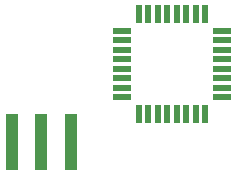
<source format=gbr>
%TF.GenerationSoftware,KiCad,Pcbnew,(6.0.7)*%
%TF.CreationDate,2022-10-03T13:44:35+01:00*%
%TF.ProjectId,teste,74657374-652e-46b6-9963-61645f706362,rev?*%
%TF.SameCoordinates,Original*%
%TF.FileFunction,Paste,Top*%
%TF.FilePolarity,Positive*%
%FSLAX46Y46*%
G04 Gerber Fmt 4.6, Leading zero omitted, Abs format (unit mm)*
G04 Created by KiCad (PCBNEW (6.0.7)) date 2022-10-03 13:44:35*
%MOMM*%
%LPD*%
G01*
G04 APERTURE LIST*
%ADD10R,1.000000X4.800000*%
%ADD11R,1.600000X0.550000*%
%ADD12R,0.550000X1.600000*%
G04 APERTURE END LIST*
D10*
%TO.C,Y1*%
X108875000Y-102525000D03*
X106375000Y-102525000D03*
X103875000Y-102525000D03*
%TD*%
D11*
%TO.C,U1*%
X113200000Y-93075000D03*
X113200000Y-93875000D03*
X113200000Y-94675000D03*
X113200000Y-95475000D03*
X113200000Y-96275000D03*
X113200000Y-97075000D03*
X113200000Y-97875000D03*
X113200000Y-98675000D03*
D12*
X114650000Y-100125000D03*
X115450000Y-100125000D03*
X116250000Y-100125000D03*
X117050000Y-100125000D03*
X117850000Y-100125000D03*
X118650000Y-100125000D03*
X119450000Y-100125000D03*
X120250000Y-100125000D03*
D11*
X121700000Y-98675000D03*
X121700000Y-97875000D03*
X121700000Y-97075000D03*
X121700000Y-96275000D03*
X121700000Y-95475000D03*
X121700000Y-94675000D03*
X121700000Y-93875000D03*
X121700000Y-93075000D03*
D12*
X120250000Y-91625000D03*
X119450000Y-91625000D03*
X118650000Y-91625000D03*
X117850000Y-91625000D03*
X117050000Y-91625000D03*
X116250000Y-91625000D03*
X115450000Y-91625000D03*
X114650000Y-91625000D03*
%TD*%
M02*

</source>
